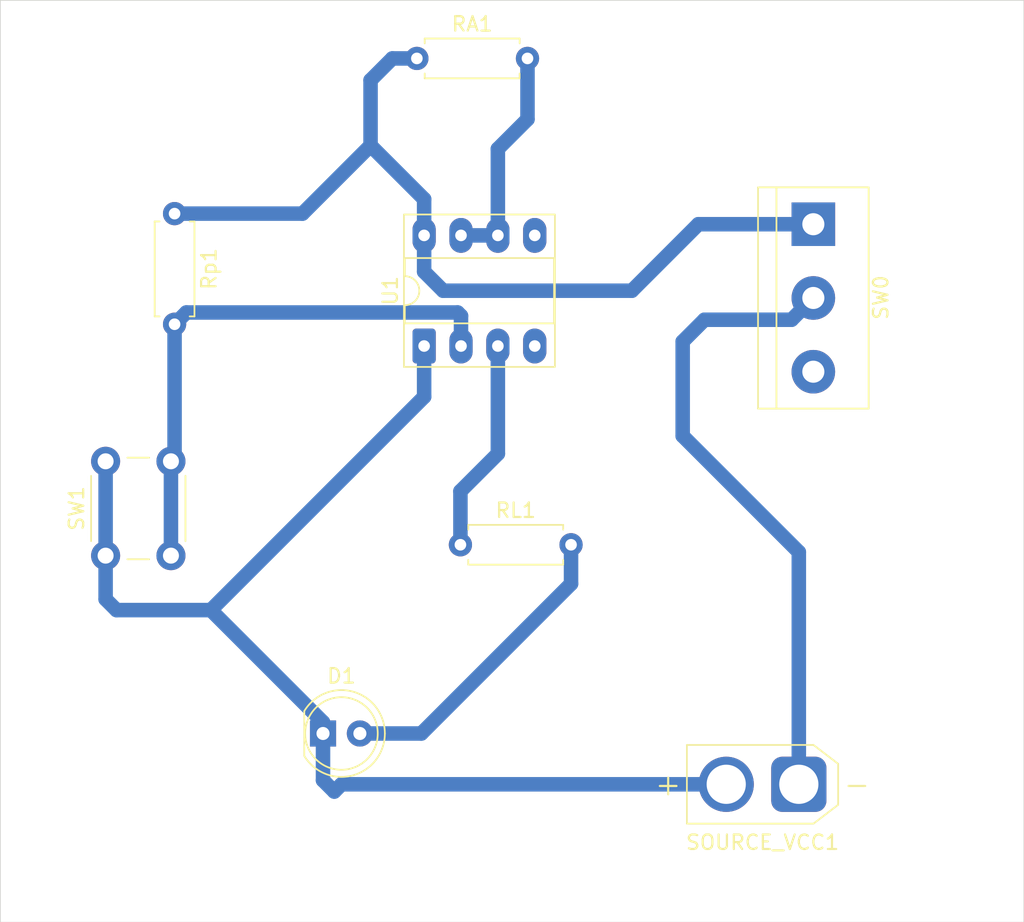
<source format=kicad_pcb>
(kicad_pcb (version 20241229) (generator "pcbnew") (generator_version "9.0")
  (layers (0 "F.Cu" signal) (2 "B.Cu" signal) (13 "F.Paste" user) (15 "B.Paste" user) (5 "F.SilkS" user "F.Silkscreen") (7 "B.SilkS" user "B.Silkscreen") (1 "F.Mask" user) (3 "B.Mask" user) (25 "Edge.Cuts" user))
  (net 0 "")
  (net 1 "Net-(D1-A)")
  (net 2 "GND")
  (net 3 "Net-(SW0-C)")
  (net 4 "THR")
  (net 5 "Net-(U1-Q)")
  (net 6 "TRG")
  (net 7 "Net-(SW0-B)")
  (footprint "Resistor_THT:R_Axial_DIN0207_L6.3mm_D2.5mm_P7.62mm_Horizontal" (layer "F.Cu") (at 102.5 37.69 -90)
    (property "Reference" "Rp1" (at 3.81 -2.37 90) (layer "F.SilkS"))
    (property "Value" "10k")
    (fp_line (start 0.54 1.37) (end 7.08 1.37) (stroke (width 0.12)) (layer "F.SilkS"))
    (fp_line (start 7.08 1.37) (end 7.08 1.04) (stroke (width 0.12)) (layer "F.SilkS"))
    (fp_line (start 0.54 1.04) (end 0.54 1.37) (stroke (width 0.12)) (layer "F.SilkS"))
    (fp_line (start 0.54 -1.04) (end 0.54 -1.37) (stroke (width 0.12)) (layer "F.SilkS"))
    (fp_line (start 0.54 -1.37) (end 7.08 -1.37) (stroke (width 0.12)) (layer "F.SilkS"))
    (fp_line (start 7.08 -1.37) (end 7.08 -1.04) (stroke (width 0.12)) (layer "F.SilkS"))
    (pad "1" thru_hole circle (at 0 0 270) (size 1.6 1.6) (drill 0.8) (layers "*.Cu" "*.Mask") (net 3 "Net-(SW0-C)"))
    (pad "2" thru_hole circle (at 7.62 0 270) (size 1.6 1.6) (drill 0.8) (layers "*.Cu" "*.Mask") (net 6 "TRG"))
  )
  (footprint "Resistor_THT:R_Axial_DIN0207_L6.3mm_D2.5mm_P7.62mm_Horizontal" (layer "F.Cu") (at 122.19 60.5)
    (property "Reference" "RL1" (at 3.81 -2.37 0) (layer "F.SilkS"))
    (property "Value" "220")
    (fp_line (start 0.54 -1.37) (end 7.08 -1.37) (stroke (width 0.12)) (layer "F.SilkS"))
    (fp_line (start 0.54 -1.04) (end 0.54 -1.37) (stroke (width 0.12)) (layer "F.SilkS"))
    (fp_line (start 0.54 1.04) (end 0.54 1.37) (stroke (width 0.12)) (layer "F.SilkS"))
    (fp_line (start 0.54 1.37) (end 7.08 1.37) (stroke (width 0.12)) (layer "F.SilkS"))
    (fp_line (start 7.08 -1.37) (end 7.08 -1.04) (stroke (width 0.12)) (layer "F.SilkS"))
    (fp_line (start 7.08 1.37) (end 7.08 1.04) (stroke (width 0.12)) (layer "F.SilkS"))
    (pad "1" thru_hole circle (at 0 0) (size 1.6 1.6) (drill 0.8) (layers "*.Cu" "*.Mask") (net 5 "Net-(U1-Q)"))
    (pad "2" thru_hole circle (at 7.62 0) (size 1.6 1.6) (drill 0.8) (layers "*.Cu" "*.Mask") (net 1 "Net-(D1-A)"))
  )
  (footprint "Resistor_THT:R_Axial_DIN0207_L6.3mm_D2.5mm_P7.62mm_Horizontal" (layer "F.Cu") (at 119.19 27)
    (property "Reference" "RA1" (at 3.81 -2.37 0) (layer "F.SilkS"))
    (property "Value" "10k")
    (fp_line (start 0.54 -1.37) (end 7.08 -1.37) (stroke (width 0.12)) (layer "F.SilkS"))
    (fp_line (start 0.54 -1.04) (end 0.54 -1.37) (stroke (width 0.12)) (layer "F.SilkS"))
    (fp_line (start 0.54 1.04) (end 0.54 1.37) (stroke (width 0.12)) (layer "F.SilkS"))
    (fp_line (start 0.54 1.37) (end 7.08 1.37) (stroke (width 0.12)) (layer "F.SilkS"))
    (fp_line (start 7.08 -1.37) (end 7.08 -1.04) (stroke (width 0.12)) (layer "F.SilkS"))
    (fp_line (start 7.08 1.37) (end 7.08 1.04) (stroke (width 0.12)) (layer "F.SilkS"))
    (pad "1" thru_hole circle (at 0 0) (size 1.6 1.6) (drill 0.8) (layers "*.Cu" "*.Mask") (net 3 "Net-(SW0-C)"))
    (pad "2" thru_hole circle (at 7.62 0) (size 1.6 1.6) (drill 0.8) (layers "*.Cu" "*.Mask") (net 4 "THR"))
  )
  (footprint "Connector_AMASS:AMASS_XT30U-M_1x02_P5.0mm_Vertical" (layer "F.Cu") (at 145.5 77 180)
    (property "Reference" "SOURCE_VCC1" (at 2.5 -4 0) (layer "F.SilkS"))
    (property "Value" "5")
    (fp_line (start 7.71 -2.71) (end 7.71 2.71) (stroke (width 0.12)) (layer "F.SilkS"))
    (fp_line (start -1.01 2.71) (end 7.71 2.71) (stroke (width 0.12)) (layer "F.SilkS"))
    (fp_line (start -1.01 -2.71) (end 7.71 -2.71) (stroke (width 0.12)) (layer "F.SilkS"))
    (fp_line (start -2.71 1.41) (end -1.01 2.71) (stroke (width 0.12)) (layer "F.SilkS"))
    (fp_line (start -2.71 -1.41) (end -1.01 -2.71) (stroke (width 0.12)) (layer "F.SilkS"))
    (fp_line (start -2.71 -1.41) (end -2.71 1.41) (stroke (width 0.12)) (layer "F.SilkS"))
    (fp_text user "-" (at -4 0 0) (layer "F.SilkS") (effects (font (size 1.5 1.5))))
    (fp_text user "+" (at 9 0 0) (layer "F.SilkS") (effects (font (size 1.5 1.5))))
    (pad "1" thru_hole roundrect (at 0 0 180) (size 3.8 3.8) (drill 2.7) (layers "*.Cu" "*.Mask") (roundrect_rratio 0.2) (net 7 "Net-(SW0-B)"))
    (pad "2" thru_hole circle (at 5 0 180) (size 3.8 3.8) (drill 2.7) (layers "*.Cu" "*.Mask") (net 2 "GND"))
  )
  (footprint "TerminalBlock:TerminalBlock_bornier-3_P5.08mm" (layer "F.Cu") (at 146.5 38.42 -90)
    (property "Reference" "SW0" (at 5.05 -4.65 90) (layer "F.SilkS"))
    (property "Value" "SW_SWITCH")
    (fp_line (start -2.54 3.81) (end 12.7 3.81) (stroke (width 0.12)) (layer "F.SilkS"))
    (fp_line (start -2.54 3.81) (end -2.54 -3.81) (stroke (width 0.12)) (layer "F.SilkS"))
    (fp_line (start 12.7 3.81) (end 12.7 -3.81) (stroke (width 0.12)) (layer "F.SilkS"))
    (fp_line (start -2.54 2.54) (end 12.7 2.54) (stroke (width 0.12)) (layer "F.SilkS"))
    (fp_line (start -2.54 -3.81) (end 12.7 -3.81) (stroke (width 0.12)) (layer "F.SilkS"))
    (pad "1" thru_hole rect (at 0 0 270) (size 3 3) (drill 1.52) (layers "*.Cu" "*.Mask") (net 3 "Net-(SW0-C)"))
    (pad "2" thru_hole circle (at 5.08 0 270) (size 3 3) (drill 1.52) (layers "*.Cu" "*.Mask") (net 7 "Net-(SW0-B)"))
    (pad "3" thru_hole circle (at 10.16 0 270) (size 3 3) (drill 1.52) (layers "*.Cu" "*.Mask"))
  )
  (footprint "Button_Switch_THT:SW_PUSH_6mm_H5mm" (layer "F.Cu") (at 97.75 61.25 90)
    (property "Reference" "SW1" (at 3.25 -2 90) (layer "F.SilkS"))
    (property "Value" "SW_Push")
    (fp_line (start 5.5 -1) (end 1 -1) (stroke (width 0.12)) (layer "F.SilkS"))
    (fp_line (start -0.25 1.5) (end -0.25 3) (stroke (width 0.12)) (layer "F.SilkS"))
    (fp_line (start 6.75 3) (end 6.75 1.5) (stroke (width 0.12)) (layer "F.SilkS"))
    (fp_line (start 1 5.5) (end 5.5 5.5) (stroke (width 0.12)) (layer "F.SilkS"))
    (pad "1" thru_hole circle (at 0 0 180) (size 2 2) (drill 1.1) (layers "*.Cu" "*.Mask") (net 2 "GND"))
    (pad "1" thru_hole circle (at 6.5 0 180) (size 2 2) (drill 1.1) (layers "*.Cu" "*.Mask") (net 2 "GND"))
    (pad "2" thru_hole circle (at 0 4.5 180) (size 2 2) (drill 1.1) (layers "*.Cu" "*.Mask") (net 6 "TRG"))
    (pad "2" thru_hole circle (at 6.5 4.5 180) (size 2 2) (drill 1.1) (layers "*.Cu" "*.Mask") (net 6 "TRG"))
  )
  (footprint "LED_THT:LED_D5.0mm" (layer "F.Cu") (at 112.725 73.5)
    (property "Reference" "D1" (at 1.27 -3.96 0) (layer "F.SilkS"))
    (property "Value" "LED")
    (fp_line (start -1.29 -1.545) (end -1.29 1.545) (stroke (width 0.12)) (layer "F.SilkS"))
    (fp_arc (start -1.29 -1.54483) (mid 2.071779 -2.880495) (end 4.26 0) (stroke (width 0.12)) (layer "F.SilkS"))
    (fp_arc (start 4.26 0) (mid 2.071779 2.880495) (end -1.29 1.54483) (stroke (width 0.12)) (layer "F.SilkS"))
    (fp_circle (center 1.27 0) (end 3.77 0) (stroke (width 0.12)) (fill no) (layer "F.SilkS"))
    (pad "1" thru_hole rect (at 0 0) (size 1.8 1.8) (drill 0.9) (layers "*.Cu" "*.Mask") (net 2 "GND"))
    (pad "2" thru_hole circle (at 2.54 0) (size 1.8 1.8) (drill 0.9) (layers "*.Cu" "*.Mask") (net 1 "Net-(D1-A)"))
  )
  (footprint "Package_DIP:DIP-8_W7.62mm_Socket_LongPads" (layer "F.Cu") (at 119.69 46.81 90)
    (property "Reference" "U1" (at 3.81 -2.33 90) (layer "F.SilkS"))
    (property "Value" "LM555xM")
    (fp_line (start 6.06 -1.33) (end 4.81 -1.33) (stroke (width 0.12)) (layer "F.SilkS"))
    (fp_line (start 2.81 -1.33) (end 1.56 -1.33) (stroke (width 0.12)) (layer "F.SilkS"))
    (fp_line (start 1.56 -1.33) (end 1.56 8.95) (stroke (width 0.12)) (layer "F.SilkS"))
    (fp_line (start 6.06 8.95) (end 6.06 -1.33) (stroke (width 0.12)) (layer "F.SilkS"))
    (fp_line (start 1.56 8.95) (end 6.06 8.95) (stroke (width 0.12)) (layer "F.SilkS"))
    (fp_rect (start -1.44 -1.39) (end 9.06 9.01) (stroke (width 0.12)) (fill no) (layer "F.SilkS"))
    (fp_arc (start 4.81 -1.33) (mid 3.81 -0.33) (end 2.81 -1.33) (stroke (width 0.12)) (layer "F.SilkS"))
    (pad "1" thru_hole roundrect (at 0 0 90) (size 2.4 1.6) (drill 0.8) (layers "*.Cu" "*.Mask") (roundrect_rratio 0.15625) (net 2 "GND"))
    (pad "2" thru_hole oval (at 0 2.54 90) (size 2.4 1.6) (drill 0.8) (layers "*.Cu" "*.Mask") (net 6 "TRG"))
    (pad "3" thru_hole oval (at 0 5.08 90) (size 2.4 1.6) (drill 0.8) (layers "*.Cu" "*.Mask") (net 5 "Net-(U1-Q)"))
    (pad "4" thru_hole oval (at 0 7.62 90) (size 2.4 1.6) (drill 0.8) (layers "*.Cu" "*.Mask"))
    (pad "5" thru_hole oval (at 7.62 7.62 90) (size 2.4 1.6) (drill 0.8) (layers "*.Cu" "*.Mask"))
    (pad "6" thru_hole oval (at 7.62 5.08 90) (size 2.4 1.6) (drill 0.8) (layers "*.Cu" "*.Mask") (net 4 "THR"))
    (pad "7" thru_hole oval (at 7.62 2.54 90) (size 2.4 1.6) (drill 0.8) (layers "*.Cu" "*.Mask") (net 4 "THR"))
    (pad "8" thru_hole oval (at 7.62 0 90) (size 2.4 1.6) (drill 0.8) (layers "*.Cu" "*.Mask") (net 3 "Net-(SW0-C)"))
  )
  (gr_rect (start 90.5 23) (end 161 86.5) (stroke (width 0.05)) (fill no) (layer "Edge.Cuts"))
  (segment (start 115.265 73.5) (end 119.5 73.5) (width 1) (layer "B.Cu") (net 1))
  (segment (start 129.81 63.19) (end 129.81 60.5) (width 1) (layer "B.Cu") (net 1))
  (segment (start 119.5 73.5) (end 129.81 63.19) (width 1) (layer "B.Cu") (net 1))
  (segment (start 119.69 50.31) (end 105 65) (width 1) (layer "B.Cu") (net 2))
  (segment (start 97.75 64.25) (end 97.75 61.25) (width 1) (layer "B.Cu") (net 2))
  (segment (start 112.725 76.725) (end 113.5 77.5) (width 1) (layer "B.Cu") (net 2))
  (segment (start 105 65) (end 98.5 65) (width 1) (layer "B.Cu") (net 2))
  (segment (start 112.725 73.5) (end 112.725 72.725) (width 1) (layer "B.Cu") (net 2))
  (segment (start 112.725 73.5) (end 112.725 76.725) (width 1) (layer "B.Cu") (net 2))
  (segment (start 98.5 65) (end 97.75 64.25) (width 1) (layer "B.Cu") (net 2))
  (segment (start 114 77) (end 140.5 77) (width 1) (layer "B.Cu") (net 2))
  (segment (start 97.75 61.25) (end 97.75 54.75) (width 1) (layer "B.Cu") (net 2))
  (segment (start 119.69 46.81) (end 119.69 50.31) (width 1) (layer "B.Cu") (net 2))
  (segment (start 113.5 77.5) (end 114 77) (width 1) (layer "B.Cu") (net 2))
  (segment (start 112.725 72.725) (end 105 65) (width 1) (layer "B.Cu") (net 2))
  (segment (start 119.69 36.69) (end 116 33) (width 1) (layer "B.Cu") (net 3))
  (segment (start 111.31 37.69) (end 116 33) (width 1) (layer "B.Cu") (net 3))
  (segment (start 119.69 41.69) (end 121 43) (width 1) (layer "B.Cu") (net 3))
  (segment (start 117.5 27) (end 119.19 27) (width 1) (layer "B.Cu") (net 3))
  (segment (start 134 43) (end 138.58 38.42) (width 1) (layer "B.Cu") (net 3))
  (segment (start 138.58 38.42) (end 146.5 38.42) (width 1) (layer "B.Cu") (net 3))
  (segment (start 119.69 39.19) (end 119.69 36.69) (width 1) (layer "B.Cu") (net 3))
  (segment (start 119.69 39.19) (end 119.69 41.69) (width 1) (layer "B.Cu") (net 3))
  (segment (start 102.5 37.69) (end 111.31 37.69) (width 1) (layer "B.Cu") (net 3))
  (segment (start 121 43) (end 134 43) (width 1) (layer "B.Cu") (net 3))
  (segment (start 116 33) (end 116 28.5) (width 1) (layer "B.Cu") (net 3))
  (segment (start 116 28.5) (end 117.5 27) (width 1) (layer "B.Cu") (net 3))
  (segment (start 122.23 39.19) (end 124.77 39.19) (width 1) (layer "B.Cu") (net 4))
  (segment (start 126.81 27) (end 126.81 31.19) (width 1) (layer "B.Cu") (net 4))
  (segment (start 126.81 31.19) (end 124.77 33.23) (width 1) (layer "B.Cu") (net 4))
  (segment (start 124.77 33.23) (end 124.77 39.19) (width 1) (layer "B.Cu") (net 4))
  (segment (start 124.77 46.81) (end 124.77 54.23) (width 1) (layer "B.Cu") (net 5))
  (segment (start 122.19 56.81) (end 122.19 60.5) (width 1) (layer "B.Cu") (net 5))
  (segment (start 124.77 54.23) (end 122.19 56.81) (width 1) (layer "B.Cu") (net 5))
  (segment (start 102.5 54.5) (end 102.25 54.75) (width 1) (layer "B.Cu") (net 6))
  (segment (start 122.23 44.73) (end 122 44.5) (width 1) (layer "B.Cu") (net 6))
  (segment (start 102.5 45.31) (end 102.5 54.5) (width 1) (layer "B.Cu") (net 6))
  (segment (start 102.25 61.25) (end 102.25 54.75) (width 1) (layer "B.Cu") (net 6))
  (segment (start 122.23 46.81) (end 122.23 44.73) (width 1) (layer "B.Cu") (net 6))
  (segment (start 122 44.5) (end 103.31 44.5) (width 1) (layer "B.Cu") (net 6))
  (segment (start 103.31 44.5) (end 102.5 45.31) (width 1) (layer "B.Cu") (net 6))
  (segment (start 145.5 61) (end 137.5 53) (width 1) (layer "B.Cu") (net 7))
  (segment (start 139 45) (end 145 45) (width 1) (layer "B.Cu") (net 7))
  (segment (start 145 45) (end 146.5 43.5) (width 1) (layer "B.Cu") (net 7))
  (segment (start 137.5 53) (end 137.5 46.5) (width 1) (layer "B.Cu") (net 7))
  (segment (start 137.5 46.5) (end 139 45) (width 1) (layer "B.Cu") (net 7))
  (segment (start 145.5 77) (end 145.5 61) (width 1) (layer "B.Cu") (net 7))
)
</source>
